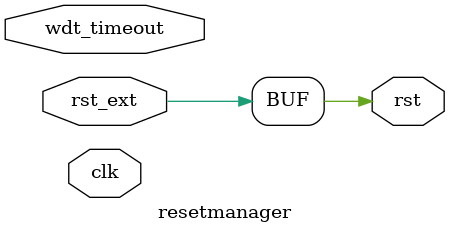
<source format=v>
module resetmanager(
	input wire clk,
	input wire rst_ext,
	input wire wdt_timeout,
	
	output reg rst
);

initial rst = 1'd0;

//todo: this is just a placeholder
always@(*) begin
	rst <= rst_ext;
end

endmodule

</source>
